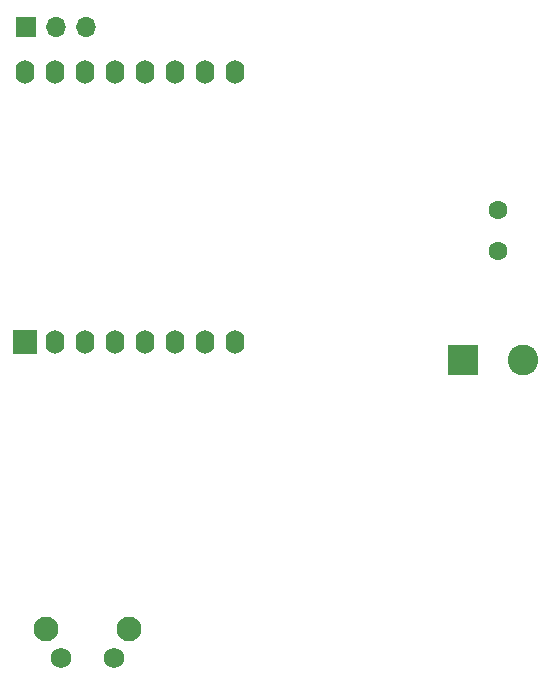
<source format=gbr>
%TF.GenerationSoftware,KiCad,Pcbnew,(6.0.7)*%
%TF.CreationDate,2022-10-17T23:11:19+02:00*%
%TF.ProjectId,Wifi_homesensor,57696669-5f68-46f6-9d65-73656e736f72,rev?*%
%TF.SameCoordinates,Original*%
%TF.FileFunction,Soldermask,Bot*%
%TF.FilePolarity,Negative*%
%FSLAX46Y46*%
G04 Gerber Fmt 4.6, Leading zero omitted, Abs format (unit mm)*
G04 Created by KiCad (PCBNEW (6.0.7)) date 2022-10-17 23:11:19*
%MOMM*%
%LPD*%
G01*
G04 APERTURE LIST*
%ADD10R,2.000000X2.000000*%
%ADD11O,1.600000X2.000000*%
%ADD12R,2.600000X2.600000*%
%ADD13C,2.600000*%
%ADD14C,2.100000*%
%ADD15C,1.750000*%
%ADD16R,1.700000X1.700000*%
%ADD17O,1.700000X1.700000*%
%ADD18C,1.600000*%
G04 APERTURE END LIST*
D10*
%TO.C,U2*%
X127076200Y-99845000D03*
D11*
X129616200Y-99845000D03*
X132156200Y-99845000D03*
X134696200Y-99845000D03*
X137236200Y-99845000D03*
X139776200Y-99845000D03*
X142316200Y-99845000D03*
X144856200Y-99845000D03*
X144856200Y-76985000D03*
X142316200Y-76985000D03*
X139776200Y-76985000D03*
X137236200Y-76985000D03*
X134696200Y-76985000D03*
X132156200Y-76985000D03*
X129616200Y-76985000D03*
X127076200Y-76985000D03*
%TD*%
D12*
%TO.C,J2*%
X164129800Y-101346000D03*
D13*
X169209800Y-101346000D03*
%TD*%
D14*
%TO.C,SW1*%
X135880000Y-124154400D03*
X128870000Y-124154400D03*
D15*
X134630000Y-126644400D03*
X130130000Y-126644400D03*
%TD*%
D16*
%TO.C,J1*%
X127127000Y-73152000D03*
D17*
X129667000Y-73152000D03*
X132207000Y-73152000D03*
%TD*%
D18*
%TO.C,C8*%
X167132000Y-88646000D03*
X167132000Y-92146000D03*
%TD*%
M02*

</source>
